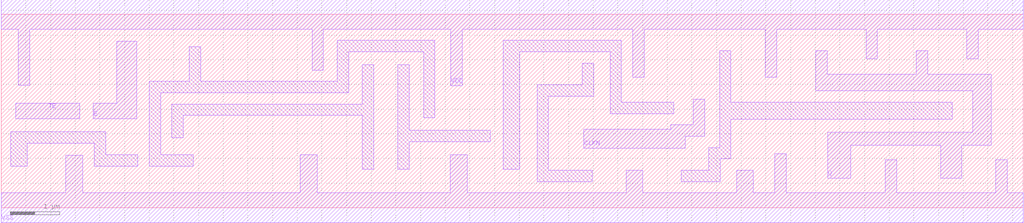
<source format=lef>
# Copyright 2022 GlobalFoundries PDK Authors
#
# Licensed under the Apache License, Version 2.0 (the "License");
# you may not use this file except in compliance with the License.
# You may obtain a copy of the License at
#
#      http://www.apache.org/licenses/LICENSE-2.0
#
# Unless required by applicable law or agreed to in writing, software
# distributed under the License is distributed on an "AS IS" BASIS,
# WITHOUT WARRANTIES OR CONDITIONS OF ANY KIND, either express or implied.
# See the License for the specific language governing permissions and
# limitations under the License.

MACRO gf180mcu_fd_sc_mcu7t5v0__icgtn_4
  CLASS core ;
  FOREIGN gf180mcu_fd_sc_mcu7t5v0__icgtn_4 0.0 0.0 ;
  ORIGIN 0 0 ;
  SYMMETRY X Y ;
  SITE GF018hv5v_mcu_sc7 ;
  SIZE 20.72 BY 3.92 ;
  PIN CLKN
    DIRECTION INPUT ;
    USE clock ;
    ANTENNAGATEAREA 1.725 ;
    PORT
      LAYER Metal1 ;
        POLYGON 11.81 1.21 13.865 1.21 13.865 1.45 14.255 1.45 14.255 2.195 14.025 2.195 14.025 1.68 13.57 1.68 13.57 1.59 11.81 1.59  ;
    END
  END CLKN
  PIN E
    DIRECTION INPUT ;
    ANTENNAGATEAREA 0.6995 ;
    PORT
      LAYER Metal1 ;
        POLYGON 1.865 1.8 2.75 1.8 2.75 3.37 2.34 3.37 2.34 2.12 1.865 2.12  ;
    END
  END E
  PIN TE
    DIRECTION INPUT ;
    ANTENNAGATEAREA 0.6995 ;
    PORT
      LAYER Metal1 ;
        POLYGON 0.29 1.8 1.59 1.8 1.59 2.12 0.29 2.12  ;
    END
  END TE
  PIN Q
    DIRECTION OUTPUT ;
    ANTENNADIFFAREA 1.924 ;
    PORT
      LAYER Metal1 ;
        POLYGON 16.51 2.37 19.28 2.37 19.69 2.37 19.69 1.535 16.75 1.535 16.75 0.6 17.22 0.6 17.22 1.265 19.04 1.265 19.04 0.6 19.47 0.6 19.47 1.265 20.07 1.265 20.07 2.71 19.28 2.71 18.78 2.71 18.78 3.18 18.55 3.18 18.55 2.71 16.74 2.71 16.74 3.18 16.51 3.18  ;
    END
  END Q
  PIN VDD
    DIRECTION INOUT ;
    USE power ;
    SHAPE ABUTMENT ;
    PORT
      LAYER Metal1 ;
        POLYGON 0 3.62 0.345 3.62 0.345 2.48 0.575 2.48 0.575 3.62 2.77 3.62 6.3 3.62 6.3 2.79 6.53 2.79 6.53 3.62 8.79 3.62 9.11 3.62 9.11 2.47 9.34 2.47 9.34 3.62 9.91 3.62 12.8 3.62 12.8 2.645 13.03 2.645 13.03 3.62 13.63 3.62 15.49 3.62 15.49 2.645 15.72 2.645 15.72 3.62 17.53 3.62 17.53 3.02 17.76 3.02 17.76 3.62 19.28 3.62 19.57 3.62 19.57 3.02 19.8 3.02 19.8 3.62 20.72 3.62 20.72 4.22 19.28 4.22 13.63 4.22 9.91 4.22 8.79 4.22 2.77 4.22 0 4.22  ;
    END
  END VDD
  PIN VSS
    DIRECTION INOUT ;
    USE ground ;
    SHAPE ABUTMENT ;
    PORT
      LAYER Metal1 ;
        POLYGON 0 -0.3 20.72 -0.3 20.72 0.3 20.39 0.3 20.39 0.975 20.16 0.975 20.16 0.3 18.15 0.3 18.15 0.975 17.92 0.975 17.92 0.3 15.91 0.3 15.91 1.09 15.68 1.09 15.68 0.3 15.245 0.3 15.245 0.76 14.905 0.76 14.905 0.3 13.005 0.3 13.005 0.76 12.665 0.76 12.665 0.3 9.445 0.3 9.445 1.075 9.105 1.075 9.105 0.3 6.405 0.3 6.405 1.075 6.065 1.075 6.065 0.3 1.65 0.3 1.65 1.06 1.31 1.06 1.31 0.3 0 0.3  ;
    END
  END VSS
  OBS
      LAYER Metal1 ;
        POLYGON 0.19 0.845 0.53 0.845 0.53 1.305 1.885 1.305 1.885 0.845 2.77 0.845 2.77 1.075 2.115 1.075 2.115 1.54 0.19 1.54  ;
        POLYGON 3.46 1.42 3.69 1.42 3.69 1.87 7.32 1.87 7.32 0.78 7.55 0.78 7.55 2.9 7.32 2.9 7.32 2.1 3.46 2.1  ;
        POLYGON 3.23 2.33 7.04 2.33 7.04 3.16 8.56 3.16 8.56 1.82 8.79 1.82 8.79 3.39 6.81 3.39 6.81 2.56 4.04 2.56 4.04 3.265 3.81 3.265 3.81 2.56 3 2.56 3 0.845 3.89 0.845 3.89 1.075 3.23 1.075  ;
        POLYGON 8.04 0.78 8.27 0.78 8.27 1.34 9.91 1.34 9.91 1.575 8.27 1.575 8.27 2.9 8.04 2.9  ;
        POLYGON 11.09 2.26 12.01 2.26 12.01 2.93 11.78 2.93 11.78 2.495 10.86 2.495 10.86 0.53 11.975 0.53 11.975 0.76 11.09 0.76  ;
        POLYGON 10.18 0.78 10.51 0.78 10.51 3.16 12.34 3.16 12.34 1.91 13.63 1.91 13.63 2.14 12.57 2.14 12.57 3.39 10.18 3.39  ;
        POLYGON 13.785 0.53 14.57 0.53 14.57 0.99 14.79 0.99 14.79 1.79 19.28 1.79 19.28 2.14 14.79 2.14 14.79 3.18 14.56 3.18 14.56 1.22 14.34 1.22 14.34 0.76 13.785 0.76  ;
  END
END gf180mcu_fd_sc_mcu7t5v0__icgtn_4

</source>
